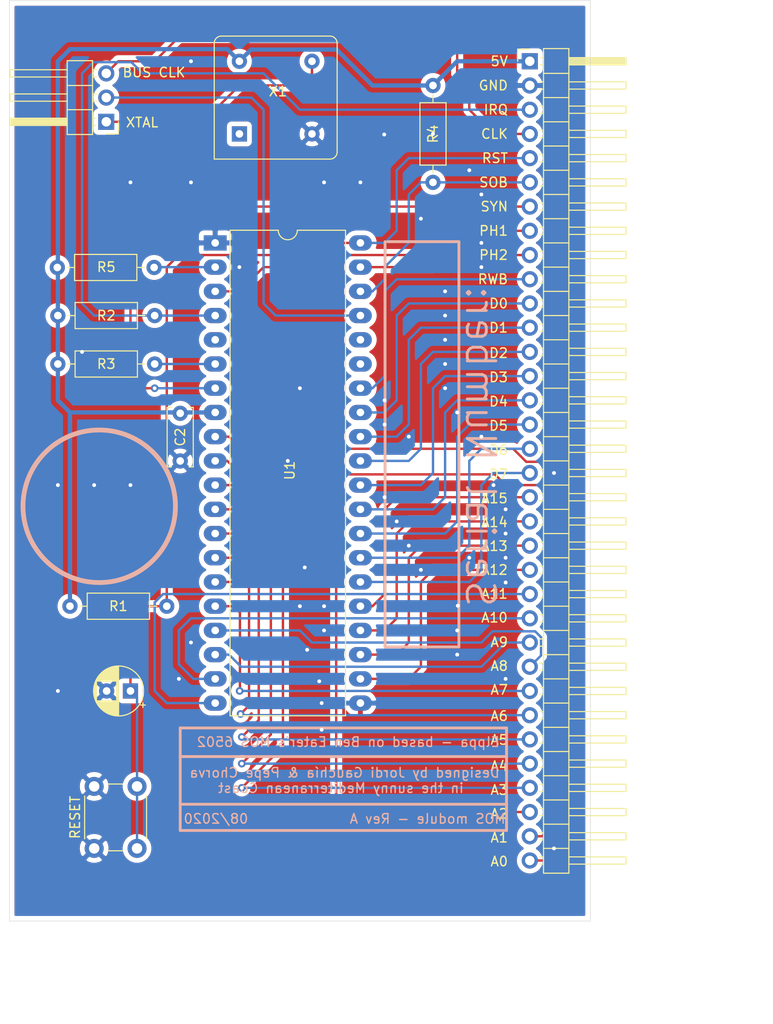
<source format=kicad_pcb>
(kicad_pcb (version 20171130) (host pcbnew "(5.1.5-0)")
  (layers (0 F.Cu signal) (31 B.Cu signal) (34 B.Paste user) (35 F.Paste user) (36 B.SilkS user) (37 F.SilkS user) (38 B.Mask user) (39 F.Mask user) (44 Edge.Cuts user))
  (net 0 "")
  (net 1 /RESET)
  (net 2 GND)
  (net 3 /CLK_INTERNAL)
  (net 4 /CLK_INPUT)
  (net 5 /CLK)
  (net 6 +5V)
  (net 7 /IRQ)
  (net 8 /SOB)
  (net 9 /SYNC)
  (net 10 /PHI1)
  (net 11 /PHI2)
  (net 12 /RWB)
  (net 13 /D0)
  (net 14 /D1)
  (net 15 /D2)
  (net 16 /D3)
  (net 17 /D4)
  (net 18 /D5)
  (net 19 /D6)
  (net 20 /D7)
  (net 21 /A15)
  (net 22 /A14)
  (net 23 /A13)
  (net 24 /A12)
  (net 25 /A11)
  (net 26 /A10)
  (net 27 /A9)
  (net 28 /A8)
  (net 29 /A7)
  (net 30 /A6)
  (net 31 /A5)
  (net 32 /A4)
  (net 33 /A3)
  (net 34 /A2)
  (net 35 /A1)
  (net 36 /A0)
  (net 37 "Net-(R3-Pad1)")
  (net 38 "Net-(R5-Pad1)")
  (module Connector_PinHeader_2.54mm:PinHeader_1x34_P2.54mm_Horizontal (layer F.Cu) (at 154.94 68.58)
    (fp_text reference J2 hide)
    (fp_text value Conn_01x34_Male)
    (pad 1 thru_hole rect (at 0 0) (size 1.7 1.7) (drill 1) (layers *.Cu *.Mask) (net 6 +5V))
    (pad 2 thru_hole oval (at 0 2.54) (size 1.7 1.7) (drill 1) (layers *.Cu *.Mask) (net 2 GND))
    (pad 3 thru_hole oval (at 0 5.08) (size 1.7 1.7) (drill 1) (layers *.Cu *.Mask) (net 7 /IRQ))
    (pad 4 thru_hole oval (at 0 7.62) (size 1.7 1.7) (drill 1) (layers *.Cu *.Mask) (net 5 /CLK))
    (pad 5 thru_hole oval (at 0 10.16) (size 1.7 1.7) (drill 1) (layers *.Cu *.Mask) (net 1 /RESET))
    (pad 6 thru_hole oval (at 0 12.7) (size 1.7 1.7) (drill 1) (layers *.Cu *.Mask) (net 8 /SOB))
    (pad 7 thru_hole oval (at 0 15.24) (size 1.7 1.7) (drill 1) (layers *.Cu *.Mask) (net 9 /SYNC))
    (pad 8 thru_hole oval (at 0 17.78) (size 1.7 1.7) (drill 1) (layers *.Cu *.Mask) (net 10 /PHI1))
    (pad 9 thru_hole oval (at 0 20.32) (size 1.7 1.7) (drill 1) (layers *.Cu *.Mask) (net 11 /PHI2))
    (pad 10 thru_hole oval (at 0 22.86) (size 1.7 1.7) (drill 1) (layers *.Cu *.Mask) (net 12 /RWB))
    (pad 11 thru_hole oval (at 0 25.4) (size 1.7 1.7) (drill 1) (layers *.Cu *.Mask) (net 13 /D0))
    (pad 12 thru_hole oval (at 0 27.94) (size 1.7 1.7) (drill 1) (layers *.Cu *.Mask) (net 14 /D1))
    (pad 13 thru_hole oval (at 0 30.48) (size 1.7 1.7) (drill 1) (layers *.Cu *.Mask) (net 15 /D2))
    (pad 14 thru_hole oval (at 0 33.02) (size 1.7 1.7) (drill 1) (layers *.Cu *.Mask) (net 16 /D3))
    (pad 15 thru_hole oval (at 0 35.56) (size 1.7 1.7) (drill 1) (layers *.Cu *.Mask) (net 17 /D4))
    (pad 16 thru_hole oval (at 0 38.1) (size 1.7 1.7) (drill 1) (layers *.Cu *.Mask) (net 18 /D5))
    (pad 17 thru_hole oval (at 0 40.64) (size 1.7 1.7) (drill 1) (layers *.Cu *.Mask) (net 19 /D6))
    (pad 18 thru_hole oval (at 0 43.18) (size 1.7 1.7) (drill 1) (layers *.Cu *.Mask) (net 20 /D7))
    (pad 19 thru_hole oval (at 0 45.72) (size 1.7 1.7) (drill 1) (layers *.Cu *.Mask) (net 21 /A15))
    (pad 20 thru_hole oval (at 0 48.26) (size 1.7 1.7) (drill 1) (layers *.Cu *.Mask) (net 22 /A14))
    (pad 21 thru_hole oval (at 0 50.8) (size 1.7 1.7) (drill 1) (layers *.Cu *.Mask) (net 23 /A13))
    (pad 22 thru_hole oval (at 0 53.34) (size 1.7 1.7) (drill 1) (layers *.Cu *.Mask) (net 24 /A12))
    (pad 23 thru_hole oval (at 0 55.88) (size 1.7 1.7) (drill 1) (layers *.Cu *.Mask) (net 25 /A11))
    (pad 24 thru_hole oval (at 0 58.42) (size 1.7 1.7) (drill 1) (layers *.Cu *.Mask) (net 26 /A10))
    (pad 25 thru_hole oval (at 0 60.96) (size 1.7 1.7) (drill 1) (layers *.Cu *.Mask) (net 27 /A9))
    (pad 26 thru_hole oval (at 0 63.5) (size 1.7 1.7) (drill 1) (layers *.Cu *.Mask) (net 28 /A8))
    (pad 27 thru_hole oval (at 0 66.04) (size 1.7 1.7) (drill 1) (layers *.Cu *.Mask) (net 29 /A7))
    (pad 28 thru_hole oval (at 0 68.58) (size 1.7 1.7) (drill 1) (layers *.Cu *.Mask) (net 30 /A6))
    (pad 29 thru_hole oval (at 0 71.12) (size 1.7 1.7) (drill 1) (layers *.Cu *.Mask) (net 31 /A5))
    (pad 30 thru_hole oval (at 0 73.66) (size 1.7 1.7) (drill 1) (layers *.Cu *.Mask) (net 32 /A4))
    (pad 31 thru_hole oval (at 0 76.2) (size 1.7 1.7) (drill 1) (layers *.Cu *.Mask) (net 33 /A3))
    (pad 32 thru_hole oval (at 0 78.74) (size 1.7 1.7) (drill 1) (layers *.Cu *.Mask) (net 34 /A2))
    (pad 33 thru_hole oval (at 0 81.28) (size 1.7 1.7) (drill 1) (layers *.Cu *.Mask) (net 35 /A1))
    (pad 34 thru_hole oval (at 0 83.82) (size 1.7 1.7) (drill 1) (layers *.Cu *.Mask) (net 36 /A0))
  )
  (module Package_DIP:DIP-40_W15.24mm_LongPads (layer F.Cu) (at 121.92 87.63)
    (fp_text reference U1 (at 7.83 23.87 270) (layer F.SilkS))
    (fp_text value 6502)
    (pad 1 thru_hole rect (at 0 0) (size 2.4 1.6) (drill 0.8) (layers *.Cu *.Mask) (net 2 GND))
    (pad 21 thru_hole oval (at 15.24 48.26) (size 2.4 1.6) (drill 0.8) (layers *.Cu *.Mask) (net 2 GND))
    (pad 2 thru_hole oval (at 0 2.54) (size 2.4 1.6) (drill 0.8) (layers *.Cu *.Mask) (net 38 "Net-(R5-Pad1)"))
    (pad 22 thru_hole oval (at 15.24 45.72) (size 2.4 1.6) (drill 0.8) (layers *.Cu *.Mask) (net 24 /A12))
    (pad 3 thru_hole oval (at 0 5.08) (size 2.4 1.6) (drill 0.8) (layers *.Cu *.Mask) (net 10 /PHI1))
    (pad 23 thru_hole oval (at 15.24 43.18) (size 2.4 1.6) (drill 0.8) (layers *.Cu *.Mask) (net 23 /A13))
    (pad 4 thru_hole oval (at 0 7.62) (size 2.4 1.6) (drill 0.8) (layers *.Cu *.Mask) (net 7 /IRQ))
    (pad 24 thru_hole oval (at 15.24 40.64) (size 2.4 1.6) (drill 0.8) (layers *.Cu *.Mask) (net 22 /A14))
    (pad 5 thru_hole oval (at 0 10.16) (size 2.4 1.6) (drill 0.8) (layers *.Cu *.Mask))
    (pad 25 thru_hole oval (at 15.24 38.1) (size 2.4 1.6) (drill 0.8) (layers *.Cu *.Mask) (net 21 /A15))
    (pad 6 thru_hole oval (at 0 12.7) (size 2.4 1.6) (drill 0.8) (layers *.Cu *.Mask) (net 37 "Net-(R3-Pad1)"))
    (pad 26 thru_hole oval (at 15.24 35.56) (size 2.4 1.6) (drill 0.8) (layers *.Cu *.Mask) (net 20 /D7))
    (pad 7 thru_hole oval (at 0 15.24) (size 2.4 1.6) (drill 0.8) (layers *.Cu *.Mask) (net 9 /SYNC))
    (pad 27 thru_hole oval (at 15.24 33.02) (size 2.4 1.6) (drill 0.8) (layers *.Cu *.Mask) (net 19 /D6))
    (pad 8 thru_hole oval (at 0 17.78) (size 2.4 1.6) (drill 0.8) (layers *.Cu *.Mask) (net 6 +5V))
    (pad 28 thru_hole oval (at 15.24 30.48) (size 2.4 1.6) (drill 0.8) (layers *.Cu *.Mask) (net 18 /D5))
    (pad 9 thru_hole oval (at 0 20.32) (size 2.4 1.6) (drill 0.8) (layers *.Cu *.Mask) (net 36 /A0))
    (pad 29 thru_hole oval (at 15.24 27.94) (size 2.4 1.6) (drill 0.8) (layers *.Cu *.Mask) (net 17 /D4))
    (pad 10 thru_hole oval (at 0 22.86) (size 2.4 1.6) (drill 0.8) (layers *.Cu *.Mask) (net 35 /A1))
    (pad 30 thru_hole oval (at 15.24 25.4) (size 2.4 1.6) (drill 0.8) (layers *.Cu *.Mask) (net 16 /D3))
    (pad 11 thru_hole oval (at 0 25.4) (size 2.4 1.6) (drill 0.8) (layers *.Cu *.Mask) (net 34 /A2))
    (pad 31 thru_hole oval (at 15.24 22.86) (size 2.4 1.6) (drill 0.8) (layers *.Cu *.Mask) (net 15 /D2))
    (pad 12 thru_hole oval (at 0 27.94) (size 2.4 1.6) (drill 0.8) (layers *.Cu *.Mask) (net 33 /A3))
    (pad 32 thru_hole oval (at 15.24 20.32) (size 2.4 1.6) (drill 0.8) (layers *.Cu *.Mask) (net 14 /D1))
    (pad 13 thru_hole oval (at 0 30.48) (size 2.4 1.6) (drill 0.8) (layers *.Cu *.Mask) (net 32 /A4))
    (pad 33 thru_hole oval (at 15.24 17.78) (size 2.4 1.6) (drill 0.8) (layers *.Cu *.Mask) (net 13 /D0))
    (pad 14 thru_hole oval (at 0 33.02) (size 2.4 1.6) (drill 0.8) (layers *.Cu *.Mask) (net 31 /A5))
    (pad 34 thru_hole oval (at 15.24 15.24) (size 2.4 1.6) (drill 0.8) (layers *.Cu *.Mask) (net 12 /RWB))
    (pad 15 thru_hole oval (at 0 35.56) (size 2.4 1.6) (drill 0.8) (layers *.Cu *.Mask) (net 30 /A6))
    (pad 35 thru_hole oval (at 15.24 12.7) (size 2.4 1.6) (drill 0.8) (layers *.Cu *.Mask))
    (pad 16 thru_hole oval (at 0 38.1) (size 2.4 1.6) (drill 0.8) (layers *.Cu *.Mask) (net 29 /A7))
    (pad 36 thru_hole oval (at 15.24 10.16) (size 2.4 1.6) (drill 0.8) (layers *.Cu *.Mask))
    (pad 17 thru_hole oval (at 0 40.64) (size 2.4 1.6) (drill 0.8) (layers *.Cu *.Mask) (net 28 /A8))
    (pad 37 thru_hole oval (at 15.24 7.62) (size 2.4 1.6) (drill 0.8) (layers *.Cu *.Mask) (net 4 /CLK_INPUT))
    (pad 18 thru_hole oval (at 0 43.18) (size 2.4 1.6) (drill 0.8) (layers *.Cu *.Mask) (net 27 /A9))
    (pad 38 thru_hole oval (at 15.24 5.08) (size 2.4 1.6) (drill 0.8) (layers *.Cu *.Mask) (net 8 /SOB))
    (pad 19 thru_hole oval (at 0 45.72) (size 2.4 1.6) (drill 0.8) (layers *.Cu *.Mask) (net 26 /A10))
    (pad 39 thru_hole oval (at 15.24 2.54) (size 2.4 1.6) (drill 0.8) (layers *.Cu *.Mask) (net 11 /PHI2))
    (pad 20 thru_hole oval (at 0 48.26) (size 2.4 1.6) (drill 0.8) (layers *.Cu *.Mask) (net 25 /A11))
    (pad 40 thru_hole oval (at 15.24 0) (size 2.4 1.6) (drill 0.8) (layers *.Cu *.Mask) (net 1 /RESET))
  )
  (module Capacitor_THT:CP_Radial_D5.0mm_P2.50mm (layer F.Cu) (at 113.03 134.62 180)
    (fp_text reference C1 hide)
    (fp_text value 0.1µF)
    (pad 1 thru_hole rect (at 0 0 180) (size 1.6 1.6) (drill 0.8) (layers *.Cu *.Mask) (net 1 /RESET))
    (pad 2 thru_hole circle (at 2.5 0 180) (size 1.6 1.6) (drill 0.8) (layers *.Cu *.Mask) (net 2 GND))
  )
  (module Connector_PinHeader_2.54mm:PinHeader_1x03_P2.54mm_Horizontal (layer F.Cu) (at 110.49 74.93 180)
    (fp_text reference J1 hide)
    (fp_text value Conn_01x03_Male)
    (pad 1 thru_hole rect (at 0 0 180) (size 1.7 1.7) (drill 1) (layers *.Cu *.Mask) (net 3 /CLK_INTERNAL))
    (pad 2 thru_hole oval (at 0 2.54 180) (size 1.7 1.7) (drill 1) (layers *.Cu *.Mask) (net 4 /CLK_INPUT))
    (pad 3 thru_hole oval (at 0 5.08 180) (size 1.7 1.7) (drill 1) (layers *.Cu *.Mask) (net 5 /CLK))
  )
  (module Resistor_THT:R_Axial_DIN0207_L6.3mm_D2.5mm_P10.16mm_Horizontal (layer F.Cu) (at 116.84 125.73 180)
    (fp_text reference R1 (at 5.08 0) (layer F.SilkS))
    (fp_text value 1KΩ)
    (pad 1 thru_hole circle (at 0 0 180) (size 1.6 1.6) (drill 0.8) (layers *.Cu *.Mask) (net 1 /RESET))
    (pad 2 thru_hole oval (at 10.16 0 180) (size 1.6 1.6) (drill 0.8) (layers *.Cu *.Mask) (net 6 +5V))
  )
  (module Resistor_THT:R_Axial_DIN0207_L6.3mm_D2.5mm_P10.16mm_Horizontal (layer F.Cu) (at 115.57 95.25 180)
    (fp_text reference R2 (at 5.08 0) (layer F.SilkS))
    (fp_text value 1KΩ)
    (pad 2 thru_hole oval (at 10.16 0 180) (size 1.6 1.6) (drill 0.8) (layers *.Cu *.Mask) (net 6 +5V))
    (pad 1 thru_hole circle (at 0 0 180) (size 1.6 1.6) (drill 0.8) (layers *.Cu *.Mask) (net 7 /IRQ))
  )
  (module Resistor_THT:R_Axial_DIN0207_L6.3mm_D2.5mm_P10.16mm_Horizontal (layer F.Cu) (at 115.57 100.33 180)
    (fp_text reference R3 (at 5.08 0) (layer F.SilkS))
    (fp_text value 1KΩ)
    (pad 1 thru_hole circle (at 0 0 180) (size 1.6 1.6) (drill 0.8) (layers *.Cu *.Mask) (net 37 "Net-(R3-Pad1)"))
    (pad 2 thru_hole oval (at 10.16 0 180) (size 1.6 1.6) (drill 0.8) (layers *.Cu *.Mask) (net 6 +5V))
  )
  (module Resistor_THT:R_Axial_DIN0207_L6.3mm_D2.5mm_P10.16mm_Horizontal (layer F.Cu) (at 144.78 81.28 90)
    (fp_text reference R4 (at 5.08 0 90) (layer F.SilkS))
    (fp_text value 1KΩ)
    (pad 2 thru_hole oval (at 10.16 0 90) (size 1.6 1.6) (drill 0.8) (layers *.Cu *.Mask) (net 6 +5V))
    (pad 1 thru_hole circle (at 0 0 90) (size 1.6 1.6) (drill 0.8) (layers *.Cu *.Mask) (net 8 /SOB))
  )
  (module Resistor_THT:R_Axial_DIN0207_L6.3mm_D2.5mm_P10.16mm_Horizontal (layer F.Cu) (at 115.51158 90.20556 180)
    (fp_text reference R5 (at 5.02158 0.03556) (layer F.SilkS))
    (fp_text value 1KΩ)
    (pad 1 thru_hole circle (at 0 0 180) (size 1.6 1.6) (drill 0.8) (layers *.Cu *.Mask) (net 38 "Net-(R5-Pad1)"))
    (pad 2 thru_hole oval (at 10.16 0 180) (size 1.6 1.6) (drill 0.8) (layers *.Cu *.Mask) (net 6 +5V))
  )
  (module Button_Switch_THT:SW_PUSH_6mm_H7.3mm (layer F.Cu) (at 109.22 151.13 90)
    (fp_text reference RESET (at 3.25 -2 90) (layer F.SilkS))
    (fp_text value SW_Push)
    (pad 2 thru_hole circle (at 0 4.5 180) (size 2 2) (drill 1.1) (layers *.Cu *.Mask) (net 1 /RESET))
    (pad 1 thru_hole circle (at 0 0 180) (size 2 2) (drill 1.1) (layers *.Cu *.Mask) (net 2 GND))
    (pad 2 thru_hole circle (at 6.5 4.5 180) (size 2 2) (drill 1.1) (layers *.Cu *.Mask) (net 1 /RESET))
    (pad 1 thru_hole circle (at 6.5 0 180) (size 2 2) (drill 1.1) (layers *.Cu *.Mask) (net 2 GND))
  )
  (module Oscillator:Oscillator_DIP-8 (layer F.Cu) (at 124.46 76.2)
    (fp_text reference X1 (at 4.04 -4.45) (layer F.SilkS))
    (fp_text value CXO_DIP8)
    (pad 1 thru_hole rect (at 0 0) (size 1.6 1.6) (drill 0.8) (layers *.Cu *.Mask))
    (pad 8 thru_hole circle (at 0 -7.62) (size 1.6 1.6) (drill 0.8) (layers *.Cu *.Mask) (net 6 +5V))
    (pad 5 thru_hole circle (at 7.62 -7.62) (size 1.6 1.6) (drill 0.8) (layers *.Cu *.Mask) (net 3 /CLK_INTERNAL))
    (pad 4 thru_hole circle (at 7.62 0) (size 1.6 1.6) (drill 0.8) (layers *.Cu *.Mask) (net 2 GND))
  )
  (module Capacitor_THT:C_Disc_D6.0mm_W2.5mm_P5.00mm (layer F.Cu) (at 118.25 105.5 270)
    (fp_text reference C2 (at 2.5 0 90) (layer F.SilkS))
    (fp_text value 100µF)
    (pad 1 thru_hole circle (at 0 0 270) (size 1.6 1.6) (drill 0.8) (layers *.Cu *.Mask) (net 6 +5V))
    (pad 2 thru_hole circle (at 5 0 270) (size 1.6 1.6) (drill 0.8) (layers *.Cu *.Mask) (net 2 GND))
  )
  (gr_text "Serial Number:" (at 149.75 109 270) (layer B.SilkS) (effects (font (size 3 3) (thickness 0.3)) (justify mirror)))
  (gr_line (start 139.75 130) (end 139.75 87.5) (layer B.SilkS) (width 0.3))
  (gr_line (start 147.5 130) (end 139.75 130) (layer B.SilkS) (width 0.3))
  (gr_line (start 147.5 87.5) (end 147.5 130) (layer B.SilkS) (width 0.3))
  (gr_line (start 140 87.5) (end 147.5 87.5) (layer B.SilkS) (width 0.3))
  (gr_line (start 118.25 145.5) (end 118.25 142.5) (layer B.SilkS) (width 0.12))
  (gr_line (start 152.5 146.5) (end 118.25 146.5) (layer B.SilkS) (width 0.3))
  (gr_line (start 152.5 142.5) (end 152.5 145.5) (layer B.SilkS) (width 0.12))
  (gr_line (start 118.25 141.5) (end 152.5 141.5) (layer B.SilkS) (width 0.3))
  (gr_circle (center 109.75 115.25) (end 117.75 115.25) (layer B.SilkS) (width 0.5))
  (gr_line (start 118.25 138.5) (end 152.5 138.5) (layer B.SilkS) (width 0.3))
  (gr_line (start 118.25 149.25) (end 118.25 138.5) (layer B.SilkS) (width 0.3))
  (gr_line (start 152.5 149.25) (end 118.25 149.25) (layer B.SilkS) (width 0.3))
  (gr_line (start 152.5 138.5) (end 152.5 149.25) (layer B.SilkS) (width 0.3))
  (gr_text "Elppa - based on Ben Eater’s MOS 6502 \n\nDesigned by Jordi Gauchía & Pepe Chorva\n in the sunny Mediterranean Coast\n\nMOS module - Rev A              08/2020" (at 135.5 144) (layer B.SilkS) (effects (font (size 1 1)) (justify mirror)))
  (gr_text "BUS CLK" (at 115.5 69.75) (layer F.SilkS) (effects (font (size 1 1))))
  (gr_text XTAL (at 114.25 75) (layer F.SilkS) (effects (font (size 1 1))))
  (gr_text A0 (at 151.733143 152.5) (layer F.SilkS) (effects (font (size 1 1))))
  (gr_text A1 (at 151.733143 150) (layer F.SilkS) (effects (font (size 1 1))))
  (gr_text A2 (at 151.733143 147.5) (layer F.SilkS) (effects (font (size 1 1))))
  (gr_text A3 (at 151.733143 145) (layer F.SilkS) (effects (font (size 1 1))))
  (gr_text A4 (at 151.733143 142.5) (layer F.SilkS) (effects (font (size 1 1))))
  (gr_text A5 (at 151.733143 139.75) (layer F.SilkS) (effects (font (size 1 1))))
  (gr_text A6 (at 151.733143 137.25) (layer F.SilkS) (effects (font (size 1 1))))
  (gr_text A7 (at 151.733143 134.5) (layer F.SilkS) (effects (font (size 1 1))))
  (gr_text A8 (at 151.733143 132) (layer F.SilkS) (effects (font (size 1 1))))
  (gr_text A9 (at 151.733143 129.5) (layer F.SilkS) (effects (font (size 1 1))))
  (gr_text A10 (at 152.712905 126.927) (layer F.SilkS) (effects (font (size 1 1)) (justify right)))
  (gr_text A11 (at 152.712905 124.427) (layer F.SilkS) (effects (font (size 1 1)) (justify right)))
  (gr_text A12 (at 152.712905 121.927) (layer F.SilkS) (effects (font (size 1 1)) (justify right)))
  (gr_text A13 (at 152.712905 119.427) (layer F.SilkS) (effects (font (size 1 1)) (justify right)))
  (gr_text A14 (at 152.712905 116.927) (layer F.SilkS) (effects (font (size 1 1)) (justify right)))
  (gr_text A15 (at 152.712905 114.427) (layer F.SilkS) (effects (font (size 1 1)) (justify right)))
  (gr_text D6 (at 151.661714 109.347) (layer F.SilkS) (effects (font (size 1 1))))
  (gr_text D7 (at 151.661714 111.887) (layer F.SilkS) (effects (font (size 1 1))))
  (gr_text D5 (at 151.661714 106.807) (layer F.SilkS) (effects (font (size 1 1))))
  (gr_text D4 (at 151.661714 104.267) (layer F.SilkS) (effects (font (size 1 1))))
  (gr_text D2 (at 151.661714 99.187) (layer F.SilkS) (effects (font (size 1 1))))
  (gr_text D3 (at 151.661714 101.727) (layer F.SilkS) (effects (font (size 1 1))))
  (gr_text D1 (at 151.661714 96.52) (layer F.SilkS) (effects (font (size 1 1))))
  (gr_text D0 (at 151.661714 93.98) (layer F.SilkS) (effects (font (size 1 1))))
  (gr_text RWB (at 151.066476 91.44) (layer F.SilkS) (effects (font (size 1 1))))
  (gr_text PH2 (at 151.137905 88.9) (layer F.SilkS) (effects (font (size 1 1))))
  (gr_text PH1 (at 151.137905 86.36) (layer F.SilkS) (effects (font (size 1 1))))
  (gr_text SYN (at 151.209333 83.82) (layer F.SilkS) (effects (font (size 1 1))))
  (gr_text SOB (at 151.137905 81.28) (layer F.SilkS) (effects (font (size 1 1))))
  (gr_text RST (at 151.280762 78.74) (layer F.SilkS) (effects (font (size 1 1))))
  (gr_text CLK (at 151.233143 76.2) (layer F.SilkS) (effects (font (size 1 1))))
  (gr_text IRQ (at 151.376 73.66) (layer F.SilkS) (effects (font (size 1 1))))
  (gr_text GND (at 151.114095 71.12) (layer F.SilkS) (effects (font (size 1 1))))
  (gr_text 5V (at 151.733143 68.58) (layer F.SilkS) (effects (font (size 1 1))))
  (gr_line (start 100.33 62.23) (end 161.29 62.23) (layer Edge.Cuts) (width 0.05))
  (gr_line (start 100.33 158.75) (end 100.33 62.23) (layer Edge.Cuts) (width 0.05))
  (gr_line (start 161.29 158.75) (end 100.33 158.75) (layer Edge.Cuts) (width 0.05))
  (gr_line (start 161.29 63.5) (end 161.29 62.23) (layer Edge.Cuts) (width 0.05))
  (gr_line (start 161.29 63.5) (end 161.29 158.75) (layer Edge.Cuts) (width 0.05))
  (segment (start 140.97 80.01) (end 142.24 78.74) (width 0.25) (layer B.Cu) (net 1))
  (segment (start 140.97 86.36) (end 140.97 80.01) (width 0.25) (layer B.Cu) (net 1))
  (segment (start 139.7 87.63) (end 140.97 86.36) (width 0.25) (layer B.Cu) (net 1))
  (segment (start 142.24 78.74) (end 154.94 78.74) (width 0.25) (layer B.Cu) (net 1))
  (segment (start 137.16 87.63) (end 139.7 87.63) (width 0.25) (layer B.Cu) (net 1))
  (segment (start 113.72 135.31) (end 113.03 134.62) (width 0.25) (layer B.Cu) (net 1))
  (segment (start 113.72 144.63) (end 113.72 135.31) (width 0.25) (layer B.Cu) (net 1))
  (segment (start 116.84 125.73) (end 114.3 125.73) (width 0.25) (layer F.Cu) (net 1))
  (segment (start 113.03 127) (end 113.03 134.62) (width 0.25) (layer F.Cu) (net 1))
  (segment (start 114.3 125.73) (end 113.03 127) (width 0.25) (layer F.Cu) (net 1))
  (segment (start 116.84 125.73) (end 116.84 90.17) (width 0.25) (layer F.Cu) (net 1))
  (segment (start 116.84 90.17) (end 118.11 88.9) (width 0.25) (layer F.Cu) (net 1))
  (segment (start 118.11 88.9) (end 133.35 88.9) (width 0.25) (layer F.Cu) (net 1))
  (segment (start 134.62 87.63) (end 137.16 87.63) (width 0.25) (layer F.Cu) (net 1))
  (segment (start 133.35 88.9) (end 134.62 87.63) (width 0.25) (layer F.Cu) (net 1))
  (segment (start 113.72 146.044213) (end 113.72 151.13) (width 0.25) (layer B.Cu) (net 1))
  (segment (start 113.72 144.63) (end 113.72 146.044213) (width 0.25) (layer B.Cu) (net 1))
  (via (at 107.95 99.06) (size 0.8) (drill 0.4) (layers F.Cu B.Cu) (net 2))
  (via (at 130.81 102.87) (size 0.8) (drill 0.4) (layers F.Cu B.Cu) (net 2))
  (via (at 118.11 133.35) (size 0.8) (drill 0.4) (layers F.Cu B.Cu) (net 2))
  (via (at 119.38 129.54) (size 0.8) (drill 0.4) (layers F.Cu B.Cu) (net 2))
  (via (at 147.38096 125.6792) (size 0.8) (drill 0.4) (layers F.Cu B.Cu) (net 2))
  (via (at 147.32 128.27) (size 0.8) (drill 0.4) (layers F.Cu B.Cu) (net 2))
  (via (at 147.32 130.81) (size 0.8) (drill 0.4) (layers F.Cu B.Cu) (net 2))
  (via (at 152.4 133.35) (size 0.8) (drill 0.4) (layers F.Cu B.Cu) (net 2))
  (via (at 143.51 85.09) (size 0.8) (drill 0.4) (layers F.Cu B.Cu) (net 2))
  (via (at 148.59 80.01) (size 0.8) (drill 0.4) (layers F.Cu B.Cu) (net 2))
  (via (at 149.86 82.55) (size 0.8) (drill 0.4) (layers F.Cu B.Cu) (net 2))
  (via (at 119.38 68.58) (size 0.8) (drill 0.4) (layers F.Cu B.Cu) (net 2))
  (via (at 152.40508 123.24588) (size 0.8) (drill 0.4) (layers F.Cu B.Cu) (net 2))
  (via (at 149.86 90.17) (size 0.8) (drill 0.4) (layers F.Cu B.Cu) (net 2))
  (via (at 152.4 115.57) (size 0.8) (drill 0.4) (layers F.Cu B.Cu) (net 2))
  (via (at 151.13 113.03) (size 0.8) (drill 0.4) (layers F.Cu B.Cu) (net 2))
  (via (at 157.48 111.76) (size 0.8) (drill 0.4) (layers F.Cu B.Cu) (net 2))
  (via (at 152.4 118.11) (size 0.8) (drill 0.4) (layers F.Cu B.Cu) (net 2))
  (via (at 152.4 120.65) (size 0.8) (drill 0.4) (layers F.Cu B.Cu) (net 2))
  (via (at 129.54 110.49) (size 0.8) (drill 0.4) (layers F.Cu B.Cu) (net 2))
  (via (at 149.86 87.63) (size 0.8) (drill 0.4) (layers F.Cu B.Cu) (net 2))
  (via (at 124.46 90.17) (size 0.8) (drill 0.4) (layers F.Cu B.Cu) (net 2))
  (via (at 157.48 151.13) (size 0.8) (drill 0.4) (layers F.Cu B.Cu) (net 2))
  (via (at 146.05 92.71) (size 0.8) (drill 0.4) (layers F.Cu B.Cu) (net 2))
  (via (at 146.05 95.25) (size 0.8) (drill 0.4) (layers F.Cu B.Cu) (net 2))
  (via (at 146.05 97.79) (size 0.8) (drill 0.4) (layers F.Cu B.Cu) (net 2))
  (via (at 146.05 100.33) (size 0.8) (drill 0.4) (layers F.Cu B.Cu) (net 2))
  (via (at 146.05 102.87) (size 0.8) (drill 0.4) (layers F.Cu B.Cu) (net 2))
  (via (at 147.32 105.41) (size 0.8) (drill 0.4) (layers F.Cu B.Cu) (net 2))
  (via (at 149.86 107.95) (size 0.8) (drill 0.4) (layers F.Cu B.Cu) (net 2))
  (via (at 139.7 106.68) (size 0.8) (drill 0.4) (layers F.Cu B.Cu) (net 2))
  (via (at 139.7 104.14) (size 0.8) (drill 0.4) (layers F.Cu B.Cu) (net 2))
  (via (at 142.24 119.38) (size 0.8) (drill 0.4) (layers F.Cu B.Cu) (net 2))
  (via (at 140.97 116.84) (size 0.8) (drill 0.4) (layers F.Cu B.Cu) (net 2))
  (via (at 139.7 114.3) (size 0.8) (drill 0.4) (layers F.Cu B.Cu) (net 2))
  (via (at 142.24 107.95) (size 0.8) (drill 0.4) (layers F.Cu B.Cu) (net 2))
  (via (at 148.59 120.65) (size 0.8) (drill 0.4) (layers F.Cu B.Cu) (net 2))
  (via (at 143.51 121.92) (size 0.8) (drill 0.4) (layers F.Cu B.Cu) (net 2))
  (via (at 105.41 113.03) (size 0.8) (drill 0.4) (layers F.Cu B.Cu) (net 2))
  (via (at 109.22 113.03) (size 0.8) (drill 0.4) (layers F.Cu B.Cu) (net 2))
  (via (at 113.03 113.03) (size 0.8) (drill 0.4) (layers F.Cu B.Cu) (net 2))
  (via (at 105.41 134.62) (size 0.8) (drill 0.4) (layers F.Cu B.Cu) (net 2))
  (via (at 113.03 81.28) (size 0.8) (drill 0.4) (layers F.Cu B.Cu) (net 2))
  (via (at 119.38 81.28) (size 0.8) (drill 0.4) (layers F.Cu B.Cu) (net 2))
  (via (at 133.35 81.28) (size 0.8) (drill 0.4) (layers F.Cu B.Cu) (net 2))
  (via (at 137.16 81.28) (size 0.8) (drill 0.4) (layers F.Cu B.Cu) (net 2))
  (via (at 139.6619 76.26096) (size 0.8) (drill 0.4) (layers F.Cu B.Cu) (net 2))
  (via (at 144.78 76.2) (size 0.8) (drill 0.4) (layers F.Cu B.Cu) (net 2))
  (via (at 131.572 130.302) (size 0.8) (drill 0.4) (layers F.Cu B.Cu) (net 2))
  (via (at 131.318 121.666) (size 0.8) (drill 0.4) (layers F.Cu B.Cu) (net 2))
  (via (at 133.35 128.27) (size 0.8) (drill 0.4) (layers F.Cu B.Cu) (net 2))
  (via (at 133.35 125.73) (size 0.8) (drill 0.4) (layers F.Cu B.Cu) (net 2))
  (via (at 132.842 133.604) (size 0.8) (drill 0.4) (layers F.Cu B.Cu) (net 2))
  (via (at 133.096 135.89) (size 0.8) (drill 0.4) (layers F.Cu B.Cu) (net 2))
  (via (at 133.096 138.684) (size 0.8) (drill 0.4) (layers F.Cu B.Cu) (net 2))
  (via (at 130.81 125.73) (size 0.8) (drill 0.4) (layers F.Cu B.Cu) (net 2))
  (segment (start 110.49 74.93) (end 120.65 74.93) (width 0.25) (layer F.Cu) (net 3))
  (segment (start 120.65 74.93) (end 124.46 71.12) (width 0.25) (layer F.Cu) (net 3))
  (segment (start 124.46 71.12) (end 130.81 71.12) (width 0.25) (layer F.Cu) (net 3))
  (segment (start 132.08 69.85) (end 132.08 68.58) (width 0.25) (layer F.Cu) (net 3))
  (segment (start 130.81 71.12) (end 132.08 69.85) (width 0.25) (layer F.Cu) (net 3))
  (segment (start 110.49 72.39) (end 125.73 72.39) (width 0.25) (layer B.Cu) (net 4))
  (segment (start 125.73 72.39) (end 127 73.66) (width 0.25) (layer B.Cu) (net 4))
  (segment (start 127 73.66) (end 127 93.98) (width 0.25) (layer B.Cu) (net 4))
  (segment (start 127 93.98) (end 128.27 95.25) (width 0.25) (layer B.Cu) (net 4))
  (segment (start 128.27 95.25) (end 137.16 95.25) (width 0.25) (layer B.Cu) (net 4))
  (segment (start 154.94 76.2) (end 151.13 76.2) (width 0.25) (layer F.Cu) (net 5))
  (segment (start 151.13 76.2) (end 148.59 73.66) (width 0.25) (layer F.Cu) (net 5))
  (segment (start 148.59 73.66) (end 148.59 71.12) (width 0.25) (layer F.Cu) (net 5))
  (segment (start 148.59 71.12) (end 147.32 69.85) (width 0.25) (layer F.Cu) (net 5))
  (segment (start 147.32 69.85) (end 147.32 67.31) (width 0.25) (layer F.Cu) (net 5))
  (segment (start 147.32 67.31) (end 146.05 66.04) (width 0.25) (layer F.Cu) (net 5))
  (segment (start 146.05 66.04) (end 118.11 66.04) (width 0.25) (layer F.Cu) (net 5))
  (segment (start 118.11 66.04) (end 115.57 68.58) (width 0.25) (layer F.Cu) (net 5))
  (segment (start 111.76 68.58) (end 110.49 69.85) (width 0.25) (layer F.Cu) (net 5))
  (segment (start 115.57 68.58) (end 111.76 68.58) (width 0.25) (layer F.Cu) (net 5))
  (segment (start 147.32 68.58) (end 144.78 71.12) (width 0.45) (layer B.Cu) (net 6))
  (segment (start 154.94 68.58) (end 147.32 68.58) (width 0.45) (layer B.Cu) (net 6))
  (segment (start 144.78 71.12) (end 138.43 71.12) (width 0.45) (layer B.Cu) (net 6))
  (segment (start 125.259999 67.780001) (end 124.46 68.58) (width 0.45) (layer B.Cu) (net 6))
  (segment (start 125.685001 67.354999) (end 125.259999 67.780001) (width 0.45) (layer B.Cu) (net 6))
  (segment (start 134.664999 67.354999) (end 125.685001 67.354999) (width 0.45) (layer B.Cu) (net 6))
  (segment (start 138.43 71.12) (end 134.664999 67.354999) (width 0.45) (layer B.Cu) (net 6))
  (segment (start 105.41 68.58) (end 105.41 90.17) (width 0.45) (layer B.Cu) (net 6))
  (segment (start 123.19 67.31) (end 106.68 67.31) (width 0.45) (layer B.Cu) (net 6))
  (segment (start 106.68 67.31) (end 105.41 68.58) (width 0.45) (layer B.Cu) (net 6))
  (segment (start 124.46 68.58) (end 123.19 67.31) (width 0.45) (layer B.Cu) (net 6))
  (segment (start 105.41 90.17) (end 105.41 100.33) (width 0.45) (layer B.Cu) (net 6))
  (segment (start 121.92 105.41) (end 106.68 105.41) (width 0.45) (layer B.Cu) (net 6))
  (segment (start 105.41 104.14) (end 105.41 100.33) (width 0.45) (layer B.Cu) (net 6))
  (segment (start 106.68 105.41) (end 105.41 104.14) (width 0.45) (layer B.Cu) (net 6))
  (segment (start 106.68 105.41) (end 106.68 125.73) (width 0.45) (layer B.Cu) (net 6))
  (segment (start 115.57 95.25) (end 121.92 95.25) (width 0.25) (layer B.Cu) (net 7))
  (segment (start 154.94 73.66) (end 130.81 73.66) (width 0.25) (layer B.Cu) (net 7))
  (segment (start 130.81 73.66) (end 127 69.85) (width 0.25) (layer B.Cu) (net 7))
  (segment (start 113.124999 68.674999) (end 109.125001 68.674999) (width 0.25) (layer B.Cu) (net 7))
  (segment (start 114.3 69.85) (end 113.124999 68.674999) (width 0.25) (layer B.Cu) (net 7))
  (segment (start 127 69.85) (end 114.3 69.85) (width 0.25) (layer B.Cu) (net 7))
  (segment (start 109.125001 68.674999) (end 107.95 69.85) (width 0.25) (layer B.Cu) (net 7))
  (segment (start 107.95 69.85) (end 107.95 93.98) (width 0.25) (layer B.Cu) (net 7))
  (segment (start 109.22 95.25) (end 115.57 95.25) (width 0.25) (layer B.Cu) (net 7))
  (segment (start 107.95 93.98) (end 109.22 95.25) (width 0.25) (layer B.Cu) (net 7))
  (segment (start 154.94 81.28) (end 144.78 81.28) (width 0.25) (layer B.Cu) (net 8))
  (segment (start 144.78 81.28) (end 143.51 81.28) (width 0.25) (layer B.Cu) (net 8))
  (segment (start 143.51 81.28) (end 142.24 82.55) (width 0.25) (layer B.Cu) (net 8))
  (segment (start 142.24 82.55) (end 142.24 87.63) (width 0.25) (layer B.Cu) (net 8))
  (segment (start 142.24 87.63) (end 139.7 90.17) (width 0.25) (layer B.Cu) (net 8))
  (segment (start 139.7 90.17) (end 139.7 91.44) (width 0.25) (layer B.Cu) (net 8))
  (segment (start 139.7 91.44) (end 138.43 92.71) (width 0.25) (layer B.Cu) (net 8))
  (segment (start 138.43 92.71) (end 137.16 92.71) (width 0.25) (layer B.Cu) (net 8))
  (segment (start 154.94 83.82) (end 143.51 83.82) (width 0.25) (layer F.Cu) (net 9))
  (segment (start 143.51 83.82) (end 116.84 83.82) (width 0.25) (layer F.Cu) (net 9))
  (segment (start 116.84 83.82) (end 113.03 87.63) (width 0.25) (layer F.Cu) (net 9))
  (segment (start 113.03 87.63) (end 113.03 101.6) (width 0.25) (layer F.Cu) (net 9))
  (via (at 115.57 102.87) (size 0.8) (drill 0.4) (layers F.Cu B.Cu) (net 9))
  (segment (start 114.3 102.87) (end 115.57 102.87) (width 0.25) (layer F.Cu) (net 9))
  (segment (start 113.03 101.6) (end 114.3 102.87) (width 0.25) (layer F.Cu) (net 9))
  (segment (start 115.57 102.87) (end 121.92 102.87) (width 0.25) (layer B.Cu) (net 9))
  (segment (start 121.92 92.71) (end 124.46 92.71) (width 0.25) (layer F.Cu) (net 10))
  (segment (start 124.46 92.71) (end 127 90.17) (width 0.25) (layer F.Cu) (net 10))
  (segment (start 127 90.17) (end 133.35 90.17) (width 0.25) (layer F.Cu) (net 10))
  (segment (start 133.35 90.17) (end 134.62 88.9) (width 0.25) (layer F.Cu) (net 10))
  (segment (start 134.62 88.9) (end 143.51 88.9) (width 0.25) (layer F.Cu) (net 10))
  (segment (start 146.05 86.36) (end 154.94 86.36) (width 0.25) (layer F.Cu) (net 10))
  (segment (start 143.51 88.9) (end 146.05 86.36) (width 0.25) (layer F.Cu) (net 10))
  (segment (start 154.94 88.9) (end 146.05 88.9) (width 0.25) (layer F.Cu) (net 11))
  (segment (start 144.78 90.17) (end 137.16 90.17) (width 0.25) (layer F.Cu) (net 11))
  (segment (start 146.05 88.9) (end 144.78 90.17) (width 0.25) (layer F.Cu) (net 11))
  (segment (start 154.94 91.44) (end 140.97 91.44) (width 0.25) (layer B.Cu) (net 12))
  (segment (start 140.97 91.44) (end 139.7 92.71) (width 0.25) (layer B.Cu) (net 12))
  (segment (start 139.7 92.71) (end 139.7 101.6) (width 0.25) (layer B.Cu) (net 12))
  (segment (start 139.7 101.6) (end 138.43 102.87) (width 0.25) (layer B.Cu) (net 12))
  (segment (start 138.43 102.87) (end 137.16 102.87) (width 0.25) (layer B.Cu) (net 12))
  (segment (start 142.24 93.98) (end 154.94 93.98) (width 0.25) (layer B.Cu) (net 13))
  (segment (start 140.97 104.14) (end 140.97 95.25) (width 0.25) (layer B.Cu) (net 13))
  (segment (start 140.97 95.25) (end 142.24 93.98) (width 0.25) (layer B.Cu) (net 13))
  (segment (start 139.7 105.41) (end 140.97 104.14) (width 0.25) (layer B.Cu) (net 13))
  (segment (start 137.16 105.41) (end 139.7 105.41) (width 0.25) (layer B.Cu) (net 13))
  (segment (start 143.51 96.52) (end 142.24 97.79) (width 0.25) (layer B.Cu) (net 14))
  (segment (start 154.94 96.52) (end 143.51 96.52) (width 0.25) (layer B.Cu) (net 14))
  (segment (start 140.97 107.95) (end 142.24 106.68) (width 0.25) (layer B.Cu) (net 14))
  (segment (start 142.24 97.79) (end 142.24 106.68) (width 0.25) (layer B.Cu) (net 14))
  (segment (start 140.97 107.95) (end 137.16 107.95) (width 0.25) (layer B.Cu) (net 14))
  (segment (start 154.94 99.06) (end 144.78 99.06) (width 0.25) (layer B.Cu) (net 15))
  (segment (start 144.78 99.06) (end 143.51 100.33) (width 0.25) (layer B.Cu) (net 15))
  (segment (start 143.51 100.33) (end 143.51 109.22) (width 0.25) (layer B.Cu) (net 15))
  (segment (start 143.51 109.22) (end 142.24 110.49) (width 0.25) (layer B.Cu) (net 15))
  (segment (start 142.24 110.49) (end 137.16 110.49) (width 0.25) (layer B.Cu) (net 15))
  (segment (start 146.05 101.6) (end 154.94 101.6) (width 0.25) (layer B.Cu) (net 16))
  (segment (start 144.78 102.87) (end 146.05 101.6) (width 0.25) (layer B.Cu) (net 16))
  (segment (start 144.78 111.76) (end 144.78 102.87) (width 0.25) (layer B.Cu) (net 16))
  (segment (start 143.51 113.03) (end 144.78 111.76) (width 0.25) (layer B.Cu) (net 16))
  (segment (start 137.16 113.03) (end 143.51 113.03) (width 0.25) (layer B.Cu) (net 16))
  (segment (start 154.94 104.14) (end 147.32 104.14) (width 0.25) (layer B.Cu) (net 17))
  (segment (start 147.32 104.14) (end 146.05 105.41) (width 0.25) (layer B.Cu) (net 17))
  (segment (start 146.05 105.41) (end 146.05 114.3) (width 0.25) (layer B.Cu) (net 17))
  (segment (start 146.05 114.3) (end 144.78 115.57) (width 0.25) (layer B.Cu) (net 17))
  (segment (start 144.78 115.57) (end 137.16 115.57) (width 0.25) (layer B.Cu) (net 17))
  (segment (start 148.59 106.68) (end 154.94 106.68) (width 0.25) (layer B.Cu) (net 18))
  (segment (start 147.32 107.95) (end 148.59 106.68) (width 0.25) (layer B.Cu) (net 18))
  (segment (start 147.32 116.84) (end 147.32 107.95) (width 0.25) (layer B.Cu) (net 18))
  (segment (start 146.05 118.11) (end 147.32 116.84) (width 0.25) (layer B.Cu) (net 18))
  (segment (start 137.16 118.11) (end 146.05 118.11) (width 0.25) (layer B.Cu) (net 18))
  (segment (start 148.59 110.49) (end 149.86 109.22) (width 0.25) (layer B.Cu) (net 19))
  (segment (start 147.32 120.65) (end 148.59 119.38) (width 0.25) (layer B.Cu) (net 19))
  (segment (start 149.86 109.22) (end 154.94 109.22) (width 0.25) (layer B.Cu) (net 19))
  (segment (start 148.59 119.38) (end 148.59 110.49) (width 0.25) (layer B.Cu) (net 19))
  (segment (start 137.16 120.65) (end 147.32 120.65) (width 0.25) (layer B.Cu) (net 19))
  (segment (start 149.86 121.92) (end 148.59 123.19) (width 0.25) (layer B.Cu) (net 20))
  (segment (start 149.86 113.03) (end 149.86 121.92) (width 0.25) (layer B.Cu) (net 20))
  (segment (start 151.13 111.76) (end 149.86 113.03) (width 0.25) (layer B.Cu) (net 20))
  (segment (start 148.59 123.19) (end 137.16 123.19) (width 0.25) (layer B.Cu) (net 20))
  (segment (start 154.94 111.76) (end 151.13 111.76) (width 0.25) (layer B.Cu) (net 20))
  (segment (start 139.7 115.57) (end 140.97 114.3) (width 0.25) (layer F.Cu) (net 21))
  (segment (start 139.7 124.46) (end 139.7 115.57) (width 0.25) (layer F.Cu) (net 21))
  (segment (start 140.97 114.3) (end 154.94 114.3) (width 0.25) (layer F.Cu) (net 21))
  (segment (start 138.43 125.73) (end 139.7 124.46) (width 0.25) (layer F.Cu) (net 21))
  (segment (start 137.16 125.73) (end 138.43 125.73) (width 0.25) (layer F.Cu) (net 21))
  (segment (start 154.94 116.84) (end 142.24 116.84) (width 0.25) (layer F.Cu) (net 22))
  (segment (start 142.24 116.84) (end 140.97 118.11) (width 0.25) (layer F.Cu) (net 22))
  (segment (start 140.97 118.11) (end 140.97 127) (width 0.25) (layer F.Cu) (net 22))
  (segment (start 139.7 128.27) (end 137.16 128.27) (width 0.25) (layer F.Cu) (net 22))
  (segment (start 140.97 127) (end 139.7 128.27) (width 0.25) (layer F.Cu) (net 22))
  (segment (start 137.16 130.81) (end 140.97 130.81) (width 0.25) (layer F.Cu) (net 23))
  (segment (start 140.97 130.81) (end 142.24 129.54) (width 0.25) (layer F.Cu) (net 23))
  (segment (start 142.24 129.54) (end 142.24 120.65) (width 0.25) (layer F.Cu) (net 23))
  (segment (start 142.24 120.65) (end 143.51 119.38) (width 0.25) (layer F.Cu) (net 23))
  (segment (start 143.51 119.38) (end 154.94 119.38) (width 0.25) (layer F.Cu) (net 23))
  (segment (start 154.94 121.92) (end 144.78 121.92) (width 0.25) (layer F.Cu) (net 24))
  (segment (start 144.78 121.92) (end 143.51 123.19) (width 0.25) (layer F.Cu) (net 24))
  (segment (start 143.51 123.19) (end 143.51 132.08) (width 0.25) (layer F.Cu) (net 24))
  (segment (start 143.51 132.08) (end 142.24 133.35) (width 0.25) (layer F.Cu) (net 24))
  (segment (start 142.24 133.35) (end 137.16 133.35) (width 0.25) (layer F.Cu) (net 24))
  (segment (start 120.65 135.89) (end 121.92 135.89) (width 0.25) (layer B.Cu) (net 25))
  (segment (start 116.84 124.46) (end 154.94 124.46) (width 0.25) (layer B.Cu) (net 25))
  (segment (start 116.444998 124.46) (end 116.84 124.46) (width 0.25) (layer B.Cu) (net 25))
  (segment (start 121.92 135.89) (end 116.84 135.89) (width 0.25) (layer B.Cu) (net 25))
  (segment (start 115.57 125.334998) (end 116.444998 124.46) (width 0.25) (layer B.Cu) (net 25))
  (segment (start 115.57 134.62) (end 115.57 125.334998) (width 0.25) (layer B.Cu) (net 25))
  (segment (start 116.84 135.89) (end 115.57 134.62) (width 0.25) (layer B.Cu) (net 25))
  (segment (start 118.11 131.82499) (end 119.63501 133.35) (width 0.25) (layer B.Cu) (net 26))
  (segment (start 121.92 133.35) (end 119.63501 133.35) (width 0.25) (layer B.Cu) (net 26))
  (segment (start 119.38 127) (end 118.11 128.27) (width 0.25) (layer B.Cu) (net 26))
  (segment (start 154.94 127) (end 119.38 127) (width 0.25) (layer B.Cu) (net 26))
  (segment (start 118.11 128.27) (end 118.11 131.82499) (width 0.25) (layer B.Cu) (net 26))
  (segment (start 123.37 130.81) (end 124.64 132.08) (width 0.25) (layer B.Cu) (net 27))
  (segment (start 121.92 130.81) (end 123.37 130.81) (width 0.25) (layer B.Cu) (net 27))
  (segment (start 124.64 132.08) (end 149.86 132.08) (width 0.25) (layer B.Cu) (net 27))
  (segment (start 152.4 129.54) (end 154.94 129.54) (width 0.25) (layer B.Cu) (net 27))
  (segment (start 149.86 132.08) (end 152.4 129.54) (width 0.25) (layer B.Cu) (net 27))
  (segment (start 130.81 128.27) (end 132.08 129.54) (width 0.25) (layer B.Cu) (net 28))
  (segment (start 121.92 128.27) (end 130.81 128.27) (width 0.25) (layer B.Cu) (net 28))
  (segment (start 151.035001 128.364999) (end 149.86 129.54) (width 0.25) (layer B.Cu) (net 28))
  (segment (start 155.504001 128.364999) (end 151.035001 128.364999) (width 0.25) (layer B.Cu) (net 28))
  (segment (start 156.115001 128.975999) (end 155.504001 128.364999) (width 0.25) (layer B.Cu) (net 28))
  (segment (start 156.115001 130.904999) (end 156.115001 128.975999) (width 0.25) (layer B.Cu) (net 28))
  (segment (start 154.94 132.08) (end 156.115001 130.904999) (width 0.25) (layer B.Cu) (net 28))
  (segment (start 149.86 129.54) (end 132.08 129.54) (width 0.25) (layer B.Cu) (net 28))
  (segment (start 124.51842 126.40056) (end 124.51842 134.70382) (width 0.25) (layer F.Cu) (net 29))
  (segment (start 123.84786 125.73) (end 124.51842 126.40056) (width 0.25) (layer F.Cu) (net 29))
  (segment (start 121.92 125.73) (end 123.84786 125.73) (width 0.25) (layer F.Cu) (net 29))
  (via (at 124.4854 134.61746) (size 0.8) (drill 0.4) (layers F.Cu B.Cu) (net 29))
  (segment (start 124.54128 134.62) (end 124.53874 134.61746) (width 0.25) (layer B.Cu) (net 29))
  (segment (start 124.53874 134.61746) (end 124.4854 134.61746) (width 0.25) (layer B.Cu) (net 29))
  (segment (start 154.93746 134.61746) (end 154.94 134.62) (width 0.25) (layer B.Cu) (net 29))
  (segment (start 124.4854 134.61746) (end 154.93746 134.61746) (width 0.25) (layer B.Cu) (net 29))
  (segment (start 125.476 123.825) (end 124.841 123.19) (width 0.25) (layer F.Cu) (net 30))
  (segment (start 121.92 123.19) (end 124.841 123.19) (width 0.25) (layer F.Cu) (net 30))
  (segment (start 125.476 123.825) (end 125.476 128.397) (width 0.25) (layer F.Cu) (net 30))
  (segment (start 125.476 128.397) (end 125.476 135.509) (width 0.25) (layer F.Cu) (net 30))
  (segment (start 125.476 135.509) (end 125.476 136.144) (width 0.25) (layer F.Cu) (net 30))
  (segment (start 125.476 136.144) (end 124.587 137.033) (width 0.25) (layer F.Cu) (net 30))
  (via (at 124.587 137.033) (size 0.8) (drill 0.4) (layers F.Cu B.Cu) (net 30))
  (segment (start 124.714 137.16) (end 124.587 137.033) (width 0.25) (layer B.Cu) (net 30))
  (segment (start 154.94 137.16) (end 124.714 137.16) (width 0.25) (layer B.Cu) (net 30))
  (segment (start 126.492 121.92) (end 126.492 122.301) (width 0.25) (layer F.Cu) (net 31))
  (segment (start 125.222 120.65) (end 126.492 121.92) (width 0.25) (layer F.Cu) (net 31))
  (segment (start 121.92 120.65) (end 125.222 120.65) (width 0.25) (layer F.Cu) (net 31))
  (segment (start 126.492 122.301) (end 126.492 136.201002) (width 0.25) (layer F.Cu) (net 31))
  (segment (start 126.492 136.201002) (end 126.492 137.668) (width 0.25) (layer F.Cu) (net 31))
  (segment (start 126.492 137.668) (end 124.714 139.446) (width 0.25) (layer F.Cu) (net 31))
  (via (at 124.714 139.446) (size 0.8) (drill 0.4) (layers F.Cu B.Cu) (net 31))
  (segment (start 130.81 139.7) (end 131.064 139.7) (width 0.25) (layer B.Cu) (net 31))
  (segment (start 131.064 139.7) (end 154.94 139.7) (width 0.25) (layer B.Cu) (net 31))
  (segment (start 124.968 139.7) (end 124.714 139.446) (width 0.25) (layer B.Cu) (net 31))
  (segment (start 131.064 139.7) (end 124.968 139.7) (width 0.25) (layer B.Cu) (net 31))
  (segment (start 132.08 142.24) (end 140.97 142.24) (width 0.25) (layer B.Cu) (net 32))
  (segment (start 140.97 142.24) (end 154.94 142.24) (width 0.25) (layer B.Cu) (net 32))
  (segment (start 132.08 142.24) (end 124.714 142.24) (width 0.25) (layer B.Cu) (net 32))
  (segment (start 127.762 119.634) (end 127.762 139.192) (width 0.25) (layer F.Cu) (net 32))
  (segment (start 127.762 139.192) (end 124.714 142.24) (width 0.25) (layer F.Cu) (net 32))
  (segment (start 126.238 118.11) (end 127.762 119.634) (width 0.25) (layer F.Cu) (net 32))
  (segment (start 121.92 118.11) (end 126.238 118.11) (width 0.25) (layer F.Cu) (net 32))
  (via (at 124.714 142.24) (size 0.8) (drill 0.4) (layers F.Cu B.Cu) (net 32))
  (segment (start 154.94 144.78) (end 133.35 144.78) (width 0.25) (layer B.Cu) (net 33))
  (segment (start 133.35 144.78) (end 124.714 144.78) (width 0.25) (layer B.Cu) (net 33))
  (segment (start 121.92 115.57) (end 127.508 115.57) (width 0.25) (layer F.Cu) (net 33))
  (segment (start 127.508 115.57) (end 129.032 117.094) (width 0.25) (layer F.Cu) (net 33))
  (via (at 124.714 144.78) (size 0.8) (drill 0.4) (layers F.Cu B.Cu) (net 33))
  (segment (start 128.016 141.478) (end 124.714 144.78) (width 0.25) (layer F.Cu) (net 33))
  (segment (start 128.016 141.478) (end 129.032 140.462) (width 0.25) (layer F.Cu) (net 33))
  (segment (start 129.032 117.094) (end 129.032 140.462) (width 0.25) (layer F.Cu) (net 33))
  (segment (start 133.35 113.03) (end 121.92 113.03) (width 0.25) (layer F.Cu) (net 34))
  (segment (start 134.62 146.05) (end 134.62 114.3) (width 0.25) (layer F.Cu) (net 34))
  (segment (start 134.62 114.3) (end 133.35 113.03) (width 0.25) (layer F.Cu) (net 34))
  (segment (start 135.89 147.32) (end 134.62 146.05) (width 0.25) (layer F.Cu) (net 34))
  (segment (start 154.94 147.32) (end 135.89 147.32) (width 0.25) (layer F.Cu) (net 34))
  (segment (start 157.48 148.59) (end 156.21 149.86) (width 0.25) (layer F.Cu) (net 35))
  (segment (start 156.21 149.86) (end 154.94 149.86) (width 0.25) (layer F.Cu) (net 35))
  (segment (start 157.48 114.3) (end 157.48 148.59) (width 0.25) (layer F.Cu) (net 35))
  (segment (start 156.21 113.03) (end 157.48 114.3) (width 0.25) (layer F.Cu) (net 35))
  (segment (start 152.4 113.03) (end 156.21 113.03) (width 0.25) (layer F.Cu) (net 35))
  (segment (start 151.27499 111.90499) (end 152.4 113.03) (width 0.25) (layer F.Cu) (net 35))
  (segment (start 123.19 110.49) (end 124.60499 111.90499) (width 0.25) (layer F.Cu) (net 35))
  (segment (start 124.60499 111.90499) (end 151.27499 111.90499) (width 0.25) (layer F.Cu) (net 35))
  (segment (start 121.92 110.49) (end 123.19 110.49) (width 0.25) (layer F.Cu) (net 35))
  (segment (start 123.37 107.95) (end 124.64 109.22) (width 0.25) (layer F.Cu) (net 36))
  (segment (start 121.92 107.95) (end 123.37 107.95) (width 0.25) (layer F.Cu) (net 36))
  (segment (start 153.200998 109.22) (end 154.565997 110.584999) (width 0.25) (layer F.Cu) (net 36))
  (segment (start 154.565997 110.584999) (end 157.574999 110.584999) (width 0.25) (layer F.Cu) (net 36))
  (segment (start 124.64 109.22) (end 153.200998 109.22) (width 0.25) (layer F.Cu) (net 36))
  (segment (start 157.574999 110.584999) (end 158.75 111.76) (width 0.25) (layer F.Cu) (net 36))
  (segment (start 158.75 111.76) (end 158.75 151.13) (width 0.25) (layer F.Cu) (net 36))
  (segment (start 157.48 152.4) (end 154.94 152.4) (width 0.25) (layer F.Cu) (net 36))
  (segment (start 158.75 151.13) (end 157.48 152.4) (width 0.25) (layer F.Cu) (net 36))
  (segment (start 115.57 100.33) (end 121.92 100.33) (width 0.25) (layer B.Cu) (net 37))
  (segment (start 115.57 90.17) (end 121.92 90.17) (width 0.25) (layer B.Cu) (net 38))
  (zone (net 2) (net_name GND) (layer F.Cu) (connect_pads (clearance 0.508)) (min_thickness 0.254) (fill yes (arc_segments 32) (thermal_gap 0.508) (thermal_bridge_width 0.508))
    (polygon (pts (xy 161.29 158.75) (xy 100.33 158.75) (xy 100.33 62.23) (xy 161.29 62.23)))
  )
  (zone (net 2) (net_name GND) (layer B.Cu) (connect_pads (clearance 0.508)) (min_thickness 0.254) (fill yes (arc_segments 32) (thermal_gap 0.508) (thermal_bridge_width 0.508))
    (polygon (pts (xy 161.29 158.75) (xy 100.33 158.75) (xy 100.33 62.23) (xy 161.29 62.23)))
  )
)
</source>
